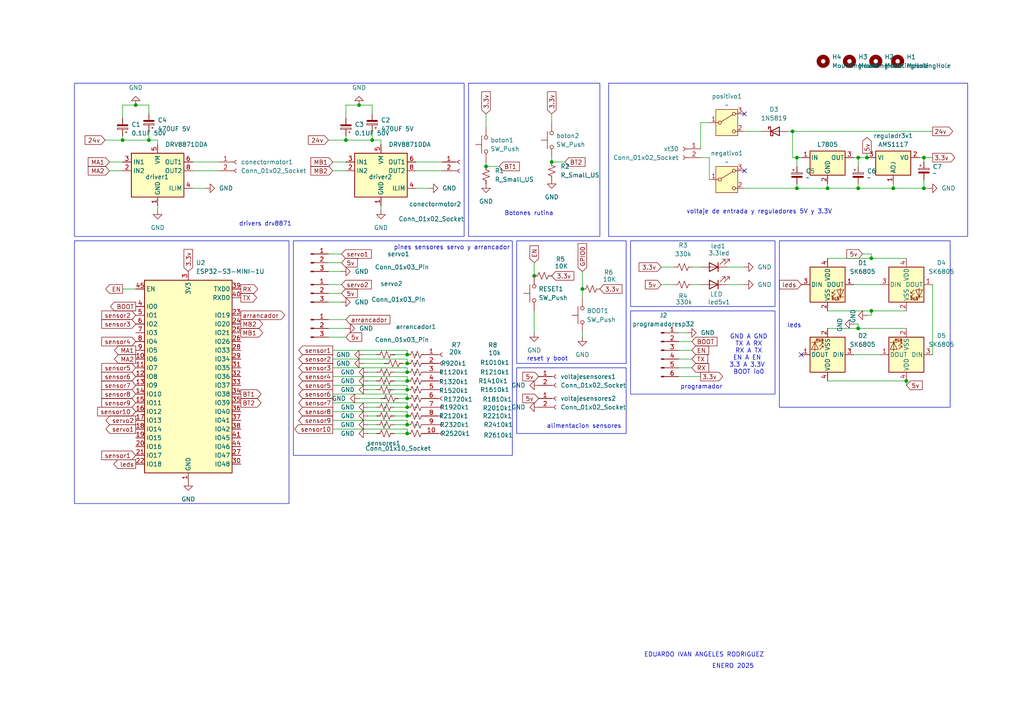
<source format=kicad_sch>
(kicad_sch (version 20231120) (generator "eeschema") (generator_version "8.0")
  (paper "A4")
  (junction (at 154.94 80.01))
  (junction (at 267.97 45.72))
  (junction (at 231.14 45.72))
  (junction (at 259.08 54.61))
  (junction (at 262.89 110.49))
  (junction (at 118.11 118.11))
  (junction (at 240.03 54.61))
  (junction (at 231.14 54.61))
  (junction (at 118.11 102.87))
  (junction (at 140.97 48.26))
  (junction (at 35.56 40.64))
  (junction (at 118.11 123.19))
  (junction (at 118.11 113.03))
  (junction (at 267.97 54.61))
  (junction (at 118.11 115.57))
  (junction (at 118.11 125.73))
  (junction (at 248.92 45.72))
  (junction (at 118.11 105.41))
  (junction (at 168.91 83.82))
  (junction (at 251.46 45.72))
  (junction (at 104.14 30.48))
  (junction (at 248.92 54.61))
  (junction (at 252.73 74.93))
  (junction (at 118.11 110.49))
  (junction (at 118.11 120.65))
  (junction (at 39.37 30.48))
  (junction (at 160.02 46.99))
  (junction (at 248.92 95.25))
  (junction (at 118.11 107.95))
  (junction (at 43.18 40.64))
  (junction (at 107.95 40.64))
  (junction (at 252.73 90.17))
  (junction (at 229.87 38.1))
  (junction (at 100.33 40.64))
  (no_connect (at 215.9 33.02))
  (no_connect (at 215.9 49.53))
  (no_connect (at 232.41 102.87))
  (wire (pts (xy 248.92 53.34) (xy 248.92 54.61)))
  (wire (pts (xy 231.14 54.61) (xy 240.03 54.61)))
  (wire (pts (xy 118.11 106.68) (xy 118.11 107.95)))
  (wire (pts (xy 252.73 91.44) (xy 252.73 90.17)))
  (wire (pts (xy 43.18 30.48) (xy 39.37 30.48)))
  (wire (pts (xy 114.3 113.03) (xy 118.11 113.03)))
  (wire (pts (xy 252.73 74.93) (xy 262.89 74.93)))
  (wire (pts (xy 96.52 109.22) (xy 118.11 109.22)))
  (wire (pts (xy 114.3 125.73) (xy 118.11 125.73)))
  (wire (pts (xy 168.91 78.74) (xy 168.91 83.82)))
  (wire (pts (xy 55.88 54.61) (xy 59.69 54.61)))
  (wire (pts (xy 114.3 120.65) (xy 118.11 120.65)))
  (wire (pts (xy 110.49 41.91) (xy 110.49 40.64)))
  (wire (pts (xy 255.27 102.87) (xy 247.65 102.87)))
  (wire (pts (xy 120.65 54.61) (xy 124.46 54.61)))
  (wire (pts (xy 215.9 38.1) (xy 220.98 38.1)))
  (wire (pts (xy 191.77 82.55) (xy 195.58 82.55)))
  (wire (pts (xy 262.89 110.49) (xy 240.03 110.49)))
  (wire (pts (xy 109.22 102.87) (xy 105.41 102.87)))
  (wire (pts (xy 240.03 74.93) (xy 252.73 74.93)))
  (wire (pts (xy 110.49 40.64) (xy 107.95 40.64)))
  (wire (pts (xy 154.94 76.2) (xy 154.94 80.01)))
  (wire (pts (xy 107.95 40.64) (xy 100.33 40.64)))
  (wire (pts (xy 215.9 54.61) (xy 231.14 54.61)))
  (wire (pts (xy 109.22 125.73) (xy 106.68 125.73)))
  (wire (pts (xy 210.82 82.55) (xy 215.9 82.55)))
  (wire (pts (xy 251.46 91.44) (xy 252.73 91.44)))
  (wire (pts (xy 45.72 40.64) (xy 45.72 41.91)))
  (wire (pts (xy 35.56 83.82) (xy 39.37 83.82)))
  (wire (pts (xy 120.65 46.99) (xy 128.27 46.99)))
  (wire (pts (xy 118.11 121.92) (xy 118.11 123.19)))
  (wire (pts (xy 154.94 90.17) (xy 154.94 96.52)))
  (wire (pts (xy 118.11 104.14) (xy 118.11 105.41)))
  (wire (pts (xy 267.97 54.61) (xy 269.24 54.61)))
  (wire (pts (xy 267.97 45.72) (xy 266.7 45.72)))
  (wire (pts (xy 251.46 44.45) (xy 251.46 45.72)))
  (wire (pts (xy 43.18 38.1) (xy 43.18 40.64)))
  (wire (pts (xy 95.25 73.66) (xy 99.06 73.66)))
  (wire (pts (xy 104.14 115.57) (xy 110.49 115.57)))
  (wire (pts (xy 116.84 105.41) (xy 118.11 105.41)))
  (wire (pts (xy 248.92 54.61) (xy 259.08 54.61)))
  (wire (pts (xy 96.52 49.53) (xy 100.33 49.53)))
  (wire (pts (xy 114.3 102.87) (xy 118.11 102.87)))
  (wire (pts (xy 160.02 46.99) (xy 163.83 46.99)))
  (wire (pts (xy 229.87 45.72) (xy 231.14 45.72)))
  (wire (pts (xy 100.33 39.37) (xy 100.33 40.64)))
  (wire (pts (xy 55.88 49.53) (xy 63.5 49.53)))
  (wire (pts (xy 267.97 45.72) (xy 267.97 46.99)))
  (wire (pts (xy 228.6 38.1) (xy 229.87 38.1)))
  (wire (pts (xy 35.56 30.48) (xy 39.37 30.48)))
  (wire (pts (xy 160.02 45.72) (xy 160.02 46.99)))
  (wire (pts (xy 30.48 40.64) (xy 35.56 40.64)))
  (wire (pts (xy 252.73 90.17) (xy 262.89 90.17)))
  (wire (pts (xy 240.03 54.61) (xy 248.92 54.61)))
  (wire (pts (xy 196.85 101.6) (xy 200.66 101.6)))
  (wire (pts (xy 196.85 109.22) (xy 203.2 109.22)))
  (wire (pts (xy 95.25 40.64) (xy 100.33 40.64)))
  (wire (pts (xy 114.3 118.11) (xy 118.11 118.11)))
  (wire (pts (xy 118.11 116.84) (xy 118.11 118.11)))
  (wire (pts (xy 111.76 105.41) (xy 105.41 105.41)))
  (wire (pts (xy 43.18 33.02) (xy 43.18 30.48)))
  (wire (pts (xy 247.65 45.72) (xy 248.92 45.72)))
  (wire (pts (xy 55.88 46.99) (xy 63.5 46.99)))
  (wire (pts (xy 118.11 111.76) (xy 118.11 113.03)))
  (wire (pts (xy 96.52 46.99) (xy 100.33 46.99)))
  (wire (pts (xy 95.25 92.71) (xy 100.33 92.71)))
  (wire (pts (xy 109.22 120.65) (xy 106.68 120.65)))
  (wire (pts (xy 262.89 111.76) (xy 262.89 110.49)))
  (wire (pts (xy 168.91 96.52) (xy 168.91 97.79)))
  (wire (pts (xy 120.65 49.53) (xy 128.27 49.53)))
  (wire (pts (xy 107.95 38.1) (xy 107.95 40.64)))
  (wire (pts (xy 95.25 76.2) (xy 99.06 76.2)))
  (wire (pts (xy 96.52 114.3) (xy 118.11 114.3)))
  (wire (pts (xy 168.91 83.82) (xy 168.91 86.36)))
  (wire (pts (xy 203.2 35.56) (xy 203.2 43.18)))
  (wire (pts (xy 45.72 59.69) (xy 45.72 60.96)))
  (wire (pts (xy 118.11 119.38) (xy 118.11 120.65)))
  (wire (pts (xy 205.74 35.56) (xy 203.2 35.56)))
  (wire (pts (xy 96.52 104.14) (xy 118.11 104.14)))
  (wire (pts (xy 118.11 101.6) (xy 118.11 102.87)))
  (wire (pts (xy 95.25 87.63) (xy 99.06 87.63)))
  (wire (pts (xy 240.03 53.34) (xy 240.03 54.61)))
  (wire (pts (xy 95.25 82.55) (xy 99.06 82.55)))
  (wire (pts (xy 96.52 111.76) (xy 118.11 111.76)))
  (wire (pts (xy 96.52 116.84) (xy 118.11 116.84)))
  (wire (pts (xy 160.02 33.02) (xy 160.02 35.56)))
  (wire (pts (xy 140.97 46.99) (xy 140.97 48.26)))
  (wire (pts (xy 262.89 95.25) (xy 248.92 95.25)))
  (wire (pts (xy 247.65 82.55) (xy 255.27 82.55)))
  (wire (pts (xy 95.25 95.25) (xy 100.33 95.25)))
  (wire (pts (xy 95.25 97.79) (xy 100.33 97.79)))
  (wire (pts (xy 196.85 104.14) (xy 200.66 104.14)))
  (wire (pts (xy 196.85 99.06) (xy 200.66 99.06)))
  (wire (pts (xy 248.92 45.72) (xy 248.92 48.26)))
  (wire (pts (xy 252.73 73.66) (xy 252.73 74.93)))
  (wire (pts (xy 100.33 34.29) (xy 100.33 30.48)))
  (wire (pts (xy 210.82 77.47) (xy 215.9 77.47)))
  (wire (pts (xy 31.75 49.53) (xy 35.56 49.53)))
  (wire (pts (xy 270.51 82.55) (xy 270.51 102.87)))
  (wire (pts (xy 114.3 107.95) (xy 118.11 107.95)))
  (wire (pts (xy 107.95 33.02) (xy 107.95 30.48)))
  (wire (pts (xy 231.14 53.34) (xy 231.14 54.61)))
  (wire (pts (xy 31.75 46.99) (xy 35.56 46.99)))
  (wire (pts (xy 106.68 113.03) (xy 109.22 113.03)))
  (wire (pts (xy 229.87 38.1) (xy 229.87 45.72)))
  (wire (pts (xy 109.22 110.49) (xy 106.68 110.49)))
  (wire (pts (xy 200.66 82.55) (xy 203.2 82.55)))
  (wire (pts (xy 196.85 96.52) (xy 199.39 96.52)))
  (wire (pts (xy 267.97 52.07) (xy 267.97 54.61)))
  (wire (pts (xy 35.56 39.37) (xy 35.56 40.64)))
  (wire (pts (xy 270.51 45.72) (xy 267.97 45.72)))
  (wire (pts (xy 109.22 118.11) (xy 106.68 118.11)))
  (wire (pts (xy 248.92 45.72) (xy 251.46 45.72)))
  (wire (pts (xy 100.33 30.48) (xy 104.14 30.48)))
  (wire (pts (xy 96.52 106.68) (xy 118.11 106.68)))
  (wire (pts (xy 114.3 123.19) (xy 118.11 123.19)))
  (wire (pts (xy 95.25 85.09) (xy 99.06 85.09)))
  (wire (pts (xy 96.52 124.46) (xy 118.11 124.46)))
  (wire (pts (xy 107.95 30.48) (xy 104.14 30.48)))
  (wire (pts (xy 115.57 115.57) (xy 118.11 115.57)))
  (wire (pts (xy 248.92 95.25) (xy 240.03 95.25)))
  (wire (pts (xy 109.22 107.95) (xy 106.68 107.95)))
  (wire (pts (xy 114.3 110.49) (xy 118.11 110.49)))
  (wire (pts (xy 118.11 124.46) (xy 118.11 125.73)))
  (wire (pts (xy 231.14 45.72) (xy 232.41 45.72)))
  (wire (pts (xy 45.72 40.64) (xy 43.18 40.64)))
  (wire (pts (xy 191.77 77.47) (xy 195.58 77.47)))
  (wire (pts (xy 109.22 123.19) (xy 106.68 123.19)))
  (wire (pts (xy 118.11 109.22) (xy 118.11 110.49)))
  (wire (pts (xy 35.56 34.29) (xy 35.56 30.48)))
  (wire (pts (xy 248.92 93.98) (xy 248.92 95.25)))
  (wire (pts (xy 231.14 45.72) (xy 231.14 48.26)))
  (wire (pts (xy 140.97 33.02) (xy 140.97 36.83)))
  (wire (pts (xy 140.97 48.26) (xy 144.78 48.26)))
  (wire (pts (xy 118.11 114.3) (xy 118.11 115.57)))
  (wire (pts (xy 110.49 59.69) (xy 110.49 60.96)))
  (wire (pts (xy 229.87 38.1) (xy 270.51 38.1)))
  (wire (pts (xy 196.85 106.68) (xy 200.66 106.68)))
  (wire (pts (xy 95.25 78.74) (xy 99.06 78.74)))
  (wire (pts (xy 205.74 45.72) (xy 205.74 52.07)))
  (wire (pts (xy 203.2 45.72) (xy 205.74 45.72)))
  (wire (pts (xy 240.03 90.17) (xy 252.73 90.17)))
  (wire (pts (xy 96.52 101.6) (xy 118.11 101.6)))
  (wire (pts (xy 200.66 77.47) (xy 203.2 77.47)))
  (wire (pts (xy 247.65 93.98) (xy 248.92 93.98)))
  (wire (pts (xy 43.18 40.64) (xy 35.56 40.64)))
  (wire (pts (xy 96.52 121.92) (xy 118.11 121.92)))
  (wire (pts (xy 259.08 54.61) (xy 267.97 54.61)))
  (wire (pts (xy 250.19 73.66) (xy 252.73 73.66)))
  (wire (pts (xy 96.52 119.38) (xy 118.11 119.38)))
  (wire (pts (xy 259.08 53.34) (xy 259.08 54.61)))
  (rectangle (start 21.59 24.13) (end 134.62 68.58))
  (rectangle (start 85.09 69.85) (end 148.59 132.08))
  (rectangle (start 149.86 69.85) (end 181.61 105.41))
  (rectangle (start 135.89 24.13) (end 173.99 68.58))
  (rectangle (start 182.88 90.17) (end 224.79 114.3))
  (rectangle (start 226.06 69.85) (end 275.59 118.11))
  (rectangle (start 182.88 69.85) (end 224.79 88.9))
  (rectangle (start 149.86 106.68) (end 181.61 125.73))
  (rectangle (start 176.53 24.13) (end 280.67 68.58))
  (rectangle (start 21.59 69.85) (end 83.82 146.05))
  (text "reset y boot" (at 158.75 104.14 0) (effects (font (size 1.27 1.27))))
  (text "pines sensores servo y arrancador" (at 131.064 71.882 0) (effects (font (size 1.27 1.27))))
  (text "drivers drv8871" (at 76.962 65.024 0) (effects (font (size 1.27 1.27))))
  (text "Botones rutina" (at 153.416 61.976 0) (effects (font (size 1.27 1.27))))
  (text "ENERO 2025" (at 212.598 193.294 0) (effects (font (size 1.27 1.27))))
  (text "programador" (at 203.454 112.268 0) (effects (font (size 1.27 1.27))))
  (text "alimentacion sensores" (at 169.418 123.698 0) (effects (font (size 1.27 1.27))))
  (text "GND A GND\nTX A RX\nRX A TX\nEN A EN \n3.3 A 3.3V \nBOOT io0" (at 217.17 102.87 0) (effects (font (size 1.27 1.27))))
  (text "leds\n" (at 230.378 94.488 0) (effects (font (size 1.27 1.27))))
  (text "EDUARDO IVAN ANGELES RODRIGUEZ" (at 204.216 189.992 0) (effects (font (size 1.27 1.27))))
  (text "voltaje de entrada y reguladores 5V y 3.3V" (at 220.218 61.468 0) (effects (font (size 1.27 1.27))))
  (global_label "3.3v" (shape input) (at 54.61 78.74 90) (property "Intersheetrefs" "${INTERSHEET_REFS}" (effects (hide yes))))
  (global_label "BOOT" (shape input) (at 200.66 99.06 0) (property "Intersheetrefs" "${INTERSHEET_REFS}" (effects (hide yes))))
  (global_label "3.3v" (shape input) (at 173.99 83.82 0) (property "Intersheetrefs" "${INTERSHEET_REFS}" (effects (hide yes))))
  (global_label "sensor5" (shape input) (at 39.37 106.68 180) (property "Intersheetrefs" "${INTERSHEET_REFS}" (effects (hide yes))))
  (global_label "24v" (shape input) (at 95.25 40.64 180) (property "Intersheetrefs" "${INTERSHEET_REFS}" (effects (hide yes))))
  (global_label "servo1" (shape output) (at 39.37 124.46 180) (property "Intersheetrefs" "${INTERSHEET_REFS}" (effects (hide yes))))
  (global_label "TX" (shape output) (at 69.85 86.36 0) (property "Intersheetrefs" "${INTERSHEET_REFS}" (effects (hide yes))))
  (global_label "5v" (shape input) (at 262.89 111.76 0) (property "Intersheetrefs" "${INTERSHEET_REFS}" (effects (hide yes))))
  (global_label "RX" (shape output) (at 69.85 83.82 0) (property "Intersheetrefs" "${INTERSHEET_REFS}" (effects (hide yes))))
  (global_label "3.3v" (shape input) (at 160.02 80.01 0) (property "Intersheetrefs" "${INTERSHEET_REFS}" (effects (hide yes))))
  (global_label "MB2" (shape input) (at 96.52 49.53 180) (property "Intersheetrefs" "${INTERSHEET_REFS}" (effects (hide yes))))
  (global_label "sensor9" (shape output) (at 96.52 121.92 180) (property "Intersheetrefs" "${INTERSHEET_REFS}" (effects (hide yes))))
  (global_label "5v" (shape input) (at 250.19 73.66 180) (property "Intersheetrefs" "${INTERSHEET_REFS}" (effects (hide yes))))
  (global_label "sensor1" (shape output) (at 96.52 101.6 180) (property "Intersheetrefs" "${INTERSHEET_REFS}" (effects (hide yes))))
  (global_label "sensor6" (shape output) (at 96.52 114.3 180) (property "Intersheetrefs" "${INTERSHEET_REFS}" (effects (hide yes))))
  (global_label "sensor1" (shape input) (at 39.37 132.08 180) (property "Intersheetrefs" "${INTERSHEET_REFS}" (effects (hide yes))))
  (global_label "3.3v" (shape output) (at 270.51 45.72 0) (property "Intersheetrefs" "${INTERSHEET_REFS}" (effects (hide yes))))
  (global_label "5v" (shape input) (at 156.21 115.57 180) (property "Intersheetrefs" "${INTERSHEET_REFS}" (effects (hide yes))))
  (global_label "sensor5" (shape output) (at 96.52 111.76 180) (property "Intersheetrefs" "${INTERSHEET_REFS}" (effects (hide yes))))
  (global_label "24v" (shape input) (at 30.48 40.64 180) (property "Intersheetrefs" "${INTERSHEET_REFS}" (effects (hide yes))))
  (global_label "sensor7" (shape output) (at 96.52 116.84 180) (property "Intersheetrefs" "${INTERSHEET_REFS}" (effects (hide yes))))
  (global_label "MB2" (shape output) (at 69.85 93.98 0) (property "Intersheetrefs" "${INTERSHEET_REFS}" (effects (hide yes))))
  (global_label "sensor8" (shape input) (at 39.37 114.3 180) (property "Intersheetrefs" "${INTERSHEET_REFS}" (effects (hide yes))))
  (global_label "MA1" (shape output) (at 39.37 101.6 180) (property "Intersheetrefs" "${INTERSHEET_REFS}" (effects (hide yes))))
  (global_label "BT2" (shape output) (at 69.85 116.84 0) (property "Intersheetrefs" "${INTERSHEET_REFS}" (effects (hide yes))))
  (global_label "EN" (shape input) (at 154.94 76.2 90) (property "Intersheetrefs" "${INTERSHEET_REFS}" (effects (hide yes))))
  (global_label "sensor10" (shape input) (at 39.37 119.38 180) (property "Intersheetrefs" "${INTERSHEET_REFS}" (effects (hide yes))))
  (global_label "servo2" (shape output) (at 39.37 121.92 180) (property "Intersheetrefs" "${INTERSHEET_REFS}" (effects (hide yes))))
  (global_label "sensor2" (shape output) (at 96.52 104.14 180) (property "Intersheetrefs" "${INTERSHEET_REFS}" (effects (hide yes))))
  (global_label "arrancador" (shape output) (at 69.85 91.44 0) (property "Intersheetrefs" "${INTERSHEET_REFS}" (effects (hide yes))))
  (global_label "sensor3" (shape output) (at 96.52 106.68 180) (property "Intersheetrefs" "${INTERSHEET_REFS}" (effects (hide yes))))
  (global_label "sensor3" (shape input) (at 39.37 93.98 180) (property "Intersheetrefs" "${INTERSHEET_REFS}" (effects (hide yes))))
  (global_label "5v" (shape output) (at 251.46 44.45 90) (property "Intersheetrefs" "${INTERSHEET_REFS}" (effects (hide yes))))
  (global_label "sensor9" (shape input) (at 39.37 116.84 180) (property "Intersheetrefs" "${INTERSHEET_REFS}" (effects (hide yes))))
  (global_label "BOOT" (shape output) (at 39.37 88.9 180) (property "Intersheetrefs" "${INTERSHEET_REFS}" (effects (hide yes))))
  (global_label "BT1" (shape output) (at 69.85 114.3 0) (property "Intersheetrefs" "${INTERSHEET_REFS}" (effects (hide yes))))
  (global_label "3.3v" (shape input) (at 140.97 33.02 90) (property "Intersheetrefs" "${INTERSHEET_REFS}" (effects (hide yes))))
  (global_label "MB1" (shape output) (at 69.85 96.52 0) (property "Intersheetrefs" "${INTERSHEET_REFS}" (effects (hide yes))))
  (global_label "EN" (shape input) (at 200.66 101.6 0) (property "Intersheetrefs" "${INTERSHEET_REFS}" (effects (hide yes))))
  (global_label "TX" (shape input) (at 200.66 104.14 0) (property "Intersheetrefs" "${INTERSHEET_REFS}" (effects (hide yes))))
  (global_label "MB1" (shape input) (at 96.52 46.99 180) (property "Intersheetrefs" "${INTERSHEET_REFS}" (effects (hide yes))))
  (global_label "sensor4" (shape input) (at 39.37 99.06 180) (property "Intersheetrefs" "${INTERSHEET_REFS}" (effects (hide yes))))
  (global_label "servo2" (shape input) (at 99.06 82.55 0) (property "Intersheetrefs" "${INTERSHEET_REFS}" (effects (hide yes))))
  (global_label "sensor4" (shape output) (at 96.52 109.22 180) (property "Intersheetrefs" "${INTERSHEET_REFS}" (effects (hide yes))))
  (global_label "MA2" (shape output) (at 39.37 104.14 180) (property "Intersheetrefs" "${INTERSHEET_REFS}" (effects (hide yes))))
  (global_label "leds" (shape output) (at 39.37 134.62 180) (property "Intersheetrefs" "${INTERSHEET_REFS}" (effects (hide yes))))
  (global_label "5v" (shape input) (at 99.06 85.09 0) (property "Intersheetrefs" "${INTERSHEET_REFS}" (effects (hide yes))))
  (global_label "RX" (shape input) (at 200.66 106.68 0) (property "Intersheetrefs" "${INTERSHEET_REFS}" (effects (hide yes))))
  (global_label "sensor7" (shape input) (at 39.37 111.76 180) (property "Intersheetrefs" "${INTERSHEET_REFS}" (effects (hide yes))))
  (global_label "sensor6" (shape input) (at 39.37 109.22 180) (property "Intersheetrefs" "${INTERSHEET_REFS}" (effects (hide yes))))
  (global_label "5v" (shape input) (at 191.77 82.55 180) (property "Intersheetrefs" "${INTERSHEET_REFS}" (effects (hide yes))))
  (global_label "sensor8" (shape output) (at 96.52 119.38 180) (property "Intersheetrefs" "${INTERSHEET_REFS}" (effects (hide yes))))
  (global_label "5v" (shape input) (at 156.21 109.22 180) (property "Intersheetrefs" "${INTERSHEET_REFS}" (effects (hide yes))))
  (global_label "servo1" (shape input) (at 99.06 73.66 0) (property "Intersheetrefs" "${INTERSHEET_REFS}" (effects (hide yes))))
  (global_label "GPIO0" (shape input) (at 168.91 78.74 90) (property "Intersheetrefs" "${INTERSHEET_REFS}" (effects (hide yes))))
  (global_label "sensor10" (shape output) (at 96.52 124.46 180) (property "Intersheetrefs" "${INTERSHEET_REFS}" (effects (hide yes))))
  (global_label "3.3v" (shape input) (at 191.77 77.47 180) (property "Intersheetrefs" "${INTERSHEET_REFS}" (effects (hide yes))))
  (global_label "3.3v" (shape input) (at 160.02 33.02 90) (property "Intersheetrefs" "${INTERSHEET_REFS}" (effects (hide yes))))
  (global_label "arrancador" (shape input) (at 100.33 92.71 0) (property "Intersheetrefs" "${INTERSHEET_REFS}" (effects (hide yes))))
  (global_label "24v" (shape output) (at 270.51 38.1 0) (property "Intersheetrefs" "${INTERSHEET_REFS}" (effects (hide yes))))
  (global_label "MA2" (shape input) (at 31.75 49.53 180) (property "Intersheetrefs" "${INTERSHEET_REFS}" (effects (hide yes))))
  (global_label "BT1" (shape input) (at 144.78 48.26 0) (property "Intersheetrefs" "${INTERSHEET_REFS}" (effects (hide yes))))
  (global_label "5v" (shape input) (at 100.33 97.79 0) (property "Intersheetrefs" "${INTERSHEET_REFS}" (effects (hide yes))))
  (global_label "leds" (shape input) (at 232.41 82.55 180) (property "Intersheetrefs" "${INTERSHEET_REFS}" (effects (hide yes))))
  (global_label "BT2" (shape input) (at 163.83 46.99 0) (property "Intersheetrefs" "${INTERSHEET_REFS}" (effects (hide yes))))
  (global_label "5v" (shape input) (at 99.06 76.2 0) (property "Intersheetrefs" "${INTERSHEET_REFS}" (effects (hide yes))))
  (global_label "EN" (shape output) (at 35.56 83.82 180) (property "Intersheetrefs" "${INTERSHEET_REFS}" (effects (hide yes))))
  (global_label "sensor2" (shape input) (at 39.37 91.44 180) (property "Intersheetrefs" "${INTERSHEET_REFS}" (effects (hide yes))))
  (global_label "3.3v" (shape output) (at 203.2 109.22 0) (property "Intersheetrefs" "${INTERSHEET_REFS}" (effects (hide yes))))
  (global_label "MA1" (shape input) (at 31.75 46.99 180) (property "Intersheetrefs" "${INTERSHEET_REFS}" (effects (hide yes))))
  (symbol (lib_id "Connector:Conn_01x02_Socket") (at 68.58 46.99 0) (unit 1)
    (property "Reference" "conectormotor1" (at 69.85 46.9899 0) (effects (justify left)))
    (property "Value" "Conn_01x02_Socket" (at 69.85 49.5299 0) (effects (justify left)))
    (property "Footprint" "Connector_PinSocket_2.54mm:PinSocket_1x02_P2.54mm_Vertical" (effects (hide yes)))
    (property "Description" "Generic connector, single row, 01x02, script generated" (effects (hide yes)))
  )
  (symbol (lib_id "power:GND") (at 45.72 60.96 0) (unit 1)
    (property "Reference" "#PWR07" (effects (hide yes)))
    (property "Value" "GND" (at 45.72 66.04 0))
    (property "Description" "Power symbol creates a global label with name \"GND\" , ground" (effects (hide yes)))
  )
  (symbol (lib_id "Device:R_Small_US") (at 111.76 120.65 270) (unit 1)
    (property "Reference" "R2120k1" (at 131.572 120.65 90))
    (property "Value" "~" (at 111.76 118.11 90))
    (property "Footprint" "Resistor_SMD:R_0603_1608Metric" (effects (hide yes)))
    (property "Description" "Resistor, small US symbol" (effects (hide yes)))
  )
  (symbol (lib_id "LED:SK6805") (at 262.89 102.87 180) (unit 1)
    (property "Reference" "D5" (at 273.05 97.3738 0))
    (property "Value" "SK6805" (at 273.05 99.9138 0))
    (property "Footprint" "LED_SMD:LED_SK6805_PLCC4_2.4x2.7mm_P1.3mm" (effects (hide yes)))
    (property "Datasheet" "https://cdn-shop.adafruit.com/product-files/3484/3484_Datasheet.pdf" (effects (hide yes)))
    (property "Description" "RGB LED with integrated controller" (effects (hide yes)))
  )
  (symbol (lib_id "Device:C_Polarized_Small") (at 231.14 50.8 0) (unit 1)
    (property "Reference" "C5" (at 233.68 49.6188 0) (effects (justify left)))
    (property "Value" "~" (at 233.68 51.5239 0) (effects (justify left)))
    (property "Footprint" "Capacitor_SMD:C_0603_1608Metric" (effects (hide yes)))
    (property "Description" "Polarized capacitor, small symbol" (effects (hide yes)))
  )
  (symbol (lib_id "Switch:SW_Push") (at 140.97 41.91 90) (unit 1)
    (property "Reference" "boton1" (at 142.24 40.6399 90) (effects (justify right)))
    (property "Value" "SW_Push" (at 142.24 43.1799 90) (effects (justify right)))
    (property "Footprint" "Button_Switch_SMD:SW_Push_1P1T_NO_Vertical_Wuerth_434133025816" (effects (hide yes)))
    (property "Description" "Push button switch, generic, two pins" (effects (hide yes)))
  )
  (symbol (lib_id "Device:R_Small_US") (at 111.76 113.03 270) (unit 1)
    (property "Reference" "R1520k1" (at 131.572 113.284 90))
    (property "Value" "~" (at 111.76 110.49 90))
    (property "Footprint" "Resistor_SMD:R_0603_1608Metric" (effects (hide yes)))
    (property "Description" "Resistor, small US symbol" (effects (hide yes)))
  )
  (symbol (lib_id "Device:C_Polarized_Small") (at 100.33 36.83 180) (unit 1)
    (property "Reference" "C3" (at 102.87 36.106 0) (effects (justify right)))
    (property "Value" "0.1UF 50V" (at 102.87 38.646 0) (effects (justify right)))
    (property "Footprint" "Capacitor_SMD:C_0603_1608Metric" (effects (hide yes)))
    (property "Description" "Polarized capacitor, small symbol" (effects (hide yes)))
  )
  (symbol (lib_id "Regulator_Linear:L7805") (at 240.03 45.72 0) (unit 1)
    (property "Reference" "U1" (effects (hide yes)))
    (property "Value" "L7805" (at 240.03 41.91 0))
    (property "Footprint" "Package_TO_SOT_SMD:TO-252-2" (effects (hide yes)))
    (property "Datasheet" "http://www.st.com/content/ccc/resource/technical/document/datasheet/41/4f/b3/b0/12/d4/47/88/CD00000444.pdf/files/CD00000444.pdf/jcr:content/translations/en.CD00000444.pdf" (effects (hide yes)))
    (property "Description" "Positive 1.5A 35V Linear Regulator, Fixed Output 5V, TO-220/TO-263/TO-252" (effects (hide yes)))
  )
  (symbol (lib_id "Device:C_Polarized_Small") (at 35.56 36.83 180) (unit 1)
    (property "Reference" "C1" (at 38.1 36.106 0) (effects (justify right)))
    (property "Value" "0.1UF 50V" (at 38.1 38.646 0) (effects (justify right)))
    (property "Footprint" "Capacitor_SMD:C_0603_1608Metric" (effects (hide yes)))
    (property "Description" "Polarized capacitor, small symbol" (effects (hide yes)))
  )
  (symbol (lib_id "Device:R_Small_US") (at 120.65 123.19 270) (unit 1)
    (property "Reference" "R2410k1" (at 144.526 123.19 90))
    (property "Value" "~" (at 120.65 120.65 90))
    (property "Footprint" "Resistor_SMD:R_0603_1608Metric" (effects (hide yes)))
    (property "Description" "Resistor, small US symbol" (effects (hide yes)))
  )
  (symbol (lib_id "Connector:Conn_01x06_Pin") (at 191.77 101.6 0) (unit 1)
    (property "Reference" "J2" (at 192.405 91.44 0))
    (property "Value" "programadoresp32" (at 192.405 93.98 0))
    (property "Footprint" "Connector_PinHeader_2.54mm:PinHeader_1x06_P2.54mm_Vertical" (effects (hide yes)))
    (property "Description" "Generic connector, single row, 01x06, script generated" (effects (hide yes)))
  )
  (symbol (lib_id "Device:R_Small_US") (at 120.65 125.73 270) (unit 1)
    (property "Reference" "R2610k1" (at 144.526 126.238 90))
    (property "Value" "~" (at 120.65 123.19 90))
    (property "Footprint" "Resistor_SMD:R_0603_1608Metric" (effects (hide yes)))
    (property "Description" "Resistor, small US symbol" (effects (hide yes)))
  )
  (symbol (lib_id "Device:R_Small_US") (at 171.45 83.82 90) (unit 1)
    (property "Reference" "R6" (at 176.53 78.994 90))
    (property "Value" "10K" (at 176.784 81.026 90))
    (property "Footprint" "Resistor_SMD:R_0603_1608Metric" (effects (hide yes)))
    (property "Description" "Resistor, small US symbol" (effects (hide yes)))
  )
  (symbol (lib_id "power:GND") (at 110.49 60.96 0) (unit 1)
    (property "Reference" "#PWR02" (effects (hide yes)))
    (property "Value" "GND" (at 110.49 66.04 0))
    (property "Description" "Power symbol creates a global label with name \"GND\" , ground" (effects (hide yes)))
  )
  (symbol (lib_id "Driver_Motor:DRV8871DDA") (at 45.72 49.53 0) (unit 1)
    (property "Reference" "driver1" (at 42.164 51.308 0) (effects (justify left)))
    (property "Value" "DRV8871DDA" (at 47.9141 41.91 0) (effects (justify left)))
    (property "Footprint" "Package_SO:Texas_HTSOP-8-1EP_3.9x4.9mm_P1.27mm_EP2.95x4.9mm_Mask2.4x3.1mm_ThermalVias" (effects (hide yes)))
    (property "Datasheet" "http://www.ti.com/lit/ds/symlink/drv8871.pdf" (effects (hide yes)))
    (property "Description" "Brushed DC Motor Driver, PWM Control, 45V, 3.6A, Current limiting, HTSOP-8" (effects (hide yes)))
  )
  (symbol (lib_id "Connector:Conn_01x03_Pin") (at 90.17 85.09 0) (unit 1)
    (property "Reference" "servo2" (at 113.538 82.296 0))
    (property "Value" "Conn_01x03_Pin" (at 115.57 86.868 0))
    (property "Footprint" "Connector_PinHeader_2.54mm:PinHeader_1x03_P2.54mm_Vertical" (effects (hide yes)))
    (property "Description" "Generic connector, single row, 01x03, script generated" (effects (hide yes)))
  )
  (symbol (lib_id "Device:C_Polarized_Small") (at 107.95 35.56 180) (unit 1)
    (property "Reference" "C2" (at 110.49 34.836 0) (effects (justify right)))
    (property "Value" "470UF 5V" (at 110.49 37.376 0) (effects (justify right)))
    (property "Footprint" "Capacitor_SMD:C_1210_3225Metric" (effects (hide yes)))
    (property "Description" "Polarized capacitor, small symbol" (effects (hide yes)))
  )
  (symbol (lib_id "power:GND") (at 199.39 96.52 90) (unit 1)
    (property "Reference" "#PWR023" (effects (hide yes)))
    (property "Value" "GND" (at 203.2 96.5199 90) (effects (justify right)))
    (property "Description" "Power symbol creates a global label with name \"GND\" , ground" (effects (hide yes)))
  )
  (symbol (lib_id "power:GND") (at 59.69 54.61 90) (unit 1)
    (property "Reference" "#PWR08" (effects (hide yes)))
    (property "Value" "GND" (at 63.5 54.6099 90) (effects (justify right)))
    (property "Description" "Power symbol creates a global label with name \"GND\" , ground" (effects (hide yes)))
  )
  (symbol (lib_id "power:GND") (at 251.46 91.44 270) (unit 1)
    (property "Reference" "#PWR026" (effects (hide yes)))
    (property "Value" "GND" (at 247.396 91.694 0))
    (property "Description" "Power symbol creates a global label with name \"GND\" , ground" (effects (hide yes)))
  )
  (symbol (lib_id "Device:R_Small_US") (at 120.65 115.57 270) (unit 1)
    (property "Reference" "R1810k1" (at 144.272 115.824 90))
    (property "Value" "~" (at 120.65 113.03 90))
    (property "Footprint" "Resistor_SMD:R_0603_1608Metric" (effects (hide yes)))
    (property "Description" "Resistor, small US symbol" (effects (hide yes)))
  )
  (symbol (lib_id "power:GND") (at 54.61 139.7 0) (unit 1)
    (property "Reference" "#PWR022" (effects (hide yes)))
    (property "Value" "GND" (at 54.61 144.78 0))
    (property "Description" "Power symbol creates a global label with name \"GND\" , ground" (effects (hide yes)))
  )
  (symbol (lib_id "power:GND") (at 100.33 95.25 90) (unit 1)
    (property "Reference" "#PWR015" (effects (hide yes)))
    (property "Value" "GND" (at 104.14 95.2499 90) (effects (justify right)))
    (property "Description" "Power symbol creates a global label with name \"GND\" , ground" (effects (hide yes)))
  )
  (symbol (lib_id "Connector:Conn_01x02_Socket") (at 198.12 43.18 0) (mirror y) (unit 1)
    (property "Reference" "xt30" (at 196.85 43.1799 0) (effects (justify left)))
    (property "Value" "Conn_01x02_Socket" (at 196.85 45.7199 0) (effects (justify left)))
    (property "Footprint" "Connector_PinHeader_2.54mm:PinHeader_1x02_P2.54mm_Vertical" (effects (hide yes)))
    (property "Description" "Generic connector, single row, 01x02, script generated" (effects (hide yes)))
  )
  (symbol (lib_id "power:GND") (at 106.68 118.11 270) (unit 1)
    (property "Reference" "#PWR027" (effects (hide yes)))
    (property "Value" "GND" (at 102.87 118.1099 90) (effects (justify right)))
    (property "Description" "Power symbol creates a global label with name \"GND\" , ground" (effects (hide yes)))
  )
  (symbol (lib_id "power:GND") (at 106.68 113.03 270) (unit 1)
    (property "Reference" "#PWR025" (effects (hide yes)))
    (property "Value" "GND" (at 102.87 113.0299 90) (effects (justify right)))
    (property "Description" "Power symbol creates a global label with name \"GND\" , ground" (effects (hide yes)))
  )
  (symbol (lib_id "Device:R_Small_US") (at 198.12 82.55 90) (unit 1)
    (property "Reference" "R4" (at 198.12 85.852 90))
    (property "Value" "330k" (at 198.374 87.63 90))
    (property "Footprint" "Resistor_SMD:R_0603_1608Metric" (effects (hide yes)))
    (property "Description" "Resistor, small US symbol" (effects (hide yes)))
  )
  (symbol (lib_id "Device:C_Polarized_Small") (at 248.92 50.8 0) (unit 1)
    (property "Reference" "C6" (at 251.46 49.6188 0) (effects (justify left)))
    (property "Value" "~" (at 251.46 51.5239 0) (effects (justify left)))
    (property "Footprint" "Capacitor_SMD:C_0603_1608Metric" (effects (hide yes)))
    (property "Description" "Polarized capacitor, small symbol" (effects (hide yes)))
  )
  (symbol (lib_id "Regulator_Linear:AMS1117") (at 259.08 45.72 0) (unit 1)
    (property "Reference" "reguladr3v1" (at 259.08 39.37 0))
    (property "Value" "AMS1117" (at 259.08 41.91 0))
    (property "Footprint" "Package_TO_SOT_SMD:SOT-223-3_TabPin2" (effects (hide yes)))
    (property "Datasheet" "http://www.advanced-monolithic.com/pdf/ds1117.pdf" (effects (hide yes)))
    (property "Description" "1A Low Dropout regulator, positive, adjustable output, SOT-223" (effects (hide yes)))
  )
  (symbol (lib_id "power:GND") (at 104.14 30.48 180) (unit 1)
    (property "Reference" "#PWR04" (effects (hide yes)))
    (property "Value" "GND" (at 104.14 25.4 0))
    (property "Description" "Power symbol creates a global label with name \"GND\" , ground" (effects (hide yes)))
  )
  (symbol (lib_id "power:GND") (at 215.9 82.55 90) (unit 1)
    (property "Reference" "#PWR09" (effects (hide yes)))
    (property "Value" "GND" (at 219.71 82.5499 90) (effects (justify right)))
    (property "Description" "Power symbol creates a global label with name \"GND\" , ground" (effects (hide yes)))
  )
  (symbol (lib_id "Mechanical:MountingHole") (at 254 17.78 0) (unit 1) (exclude_from_sim yes) (in_bom no)
    (property "Reference" "H2" (at 256.54 16.5099 0) (effects (justify left)))
    (property "Value" "MountingHole" (at 256.54 19.0499 0) (effects (justify left)))
    (property "Footprint" "MountingHole:MountingHole_2.2mm_M2_ISO14580_Pad_TopBottom" (effects (hide yes)))
    (property "Description" "Mounting Hole without connection" (effects (hide yes)))
  )
  (symbol (lib_id "power:GND") (at 99.06 78.74 90) (unit 1)
    (property "Reference" "#PWR013" (effects (hide yes)))
    (property "Value" "GND" (at 102.87 78.7399 90) (effects (justify right)))
    (property "Description" "Power symbol creates a global label with name \"GND\" , ground" (effects (hide yes)))
  )
  (symbol (lib_id "Switch:SW_Push") (at 154.94 85.09 90) (unit 1)
    (property "Reference" "RESET1" (at 156.21 83.8199 90) (effects (justify right)))
    (property "Value" "SW_Push" (at 156.21 86.3599 90) (effects (justify right)))
    (property "Footprint" "Button_Switch_SMD:SW_Push_1P1T_NO_Vertical_Wuerth_434133025816" (effects (hide yes)))
    (property "Description" "Push button switch, generic, two pins" (effects (hide yes)))
  )
  (symbol (lib_id "power:GND") (at 105.41 105.41 270) (unit 1)
    (property "Reference" "#PWR018" (effects (hide yes)))
    (property "Value" "GND" (at 101.6 105.4099 90) (effects (justify right)))
    (property "Description" "Power symbol creates a global label with name \"GND\" , ground" (effects (hide yes)))
  )
  (symbol (lib_id "power:GND") (at 105.41 102.87 270) (unit 1)
    (property "Reference" "#PWR017" (effects (hide yes)))
    (property "Value" "GND" (at 101.6 102.8699 90) (effects (justify right)))
    (property "Description" "Power symbol creates a global label with name \"GND\" , ground" (effects (hide yes)))
  )
  (symbol (lib_id "power:GND") (at 106.68 110.49 270) (unit 1)
    (property "Reference" "#PWR021" (effects (hide yes)))
    (property "Value" "GND" (at 102.87 110.4899 90) (effects (justify right)))
    (property "Description" "Power symbol creates a global label with name \"GND\" , ground" (effects (hide yes)))
  )
  (symbol (lib_id "Device:R_Small_US") (at 120.65 110.49 270) (unit 1)
    (property "Reference" "R1410k1" (at 143.002 110.49 90))
    (property "Value" "~" (at 120.65 107.95 90))
    (property "Footprint" "Resistor_SMD:R_0603_1608Metric" (effects (hide yes)))
    (property "Description" "Resistor, small US symbol" (effects (hide yes)))
  )
  (symbol (lib_id "power:GND") (at 39.37 30.48 180) (unit 1)
    (property "Reference" "#PWR06" (effects (hide yes)))
    (property "Value" "GND" (at 39.37 25.4 0))
    (property "Description" "Power symbol creates a global label with name \"GND\" , ground" (effects (hide yes)))
  )
  (symbol (lib_id "Device:R_Small_US") (at 198.12 77.47 90) (unit 1)
    (property "Reference" "R3" (at 198.12 71.12 90))
    (property "Value" "330k" (at 198.12 73.66 90))
    (property "Footprint" "Resistor_SMD:R_0603_1608Metric" (effects (hide yes)))
    (property "Description" "Resistor, small US symbol" (effects (hide yes)))
  )
  (symbol (lib_id "power:GND") (at 124.46 54.61 90) (unit 1)
    (property "Reference" "#PWR01" (effects (hide yes)))
    (property "Value" "GND" (at 128.27 54.6099 90) (effects (justify right)))
    (property "Description" "Power symbol creates a global label with name \"GND\" , ground" (effects (hide yes)))
  )
  (symbol (lib_id "Connector:Conn_01x02_Socket") (at 133.35 46.99 0) (unit 1)
    (property "Reference" "conectormotor2" (at 118.618 59.182 0) (effects (justify left)))
    (property "Value" "Conn_01x02_Socket" (at 115.57 63.5 0) (effects (justify left)))
    (property "Footprint" "Connector_PinSocket_2.54mm:PinSocket_1x02_P2.54mm_Vertical" (effects (hide yes)))
    (property "Description" "Generic connector, single row, 01x02, script generated" (effects (hide yes)))
  )
  (symbol (lib_id "power:GND") (at 156.21 111.76 270) (unit 1)
    (property "Reference" "#PWR033" (effects (hide yes)))
    (property "Value" "GND" (at 152.4 111.7599 90) (effects (justify right)))
    (property "Description" "Power symbol creates a global label with name \"GND\" , ground" (effects (hide yes)))
  )
  (symbol (lib_id "power:GND") (at 99.06 87.63 90) (unit 1)
    (property "Reference" "#PWR014" (effects (hide yes)))
    (property "Value" "GND" (at 102.87 87.6299 90) (effects (justify right)))
    (property "Description" "Power symbol creates a global label with name \"GND\" , ground" (effects (hide yes)))
  )
  (symbol (lib_id "Mechanical:MountingHole") (at 260.35 17.78 0) (unit 1) (exclude_from_sim yes) (in_bom no)
    (property "Reference" "H1" (at 262.89 16.5099 0) (effects (justify left)))
    (property "Value" "MountingHole" (at 262.89 19.0499 0) (effects (justify left)))
    (property "Footprint" "MountingHole:MountingHole_2.2mm_M2_ISO7380_Pad_TopBottom" (effects (hide yes)))
    (property "Description" "Mounting Hole without connection" (effects (hide yes)))
  )
  (symbol (lib_id "Connector:Conn_01x02_Socket") (at 161.29 115.57 0) (unit 1)
    (property "Reference" "voltajesensores2" (at 162.56 115.5699 0) (effects (justify left)))
    (property "Value" "Conn_01x02_Socket" (at 162.56 118.1099 0) (effects (justify left)))
    (property "Footprint" "Connector_PinHeader_2.54mm:PinHeader_1x02_P2.54mm_Vertical" (effects (hide yes)))
    (property "Description" "Generic connector, single row, 01x02, script generated" (effects (hide yes)))
  )
  (symbol (lib_id "Connector:Conn_01x02_Socket") (at 161.29 109.22 0) (unit 1)
    (property "Reference" "voltajesensores1" (at 162.56 109.2199 0) (effects (justify left)))
    (property "Value" "Conn_01x02_Socket" (at 162.56 111.7599 0) (effects (justify left)))
    (property "Footprint" "Connector_PinHeader_2.54mm:PinHeader_1x02_P2.54mm_Vertical" (effects (hide yes)))
    (property "Description" "Generic connector, single row, 01x02, script generated" (effects (hide yes)))
  )
  (symbol (lib_id "power:GND") (at 154.94 96.52 0) (unit 1)
    (property "Reference" "#PWR011" (effects (hide yes)))
    (property "Value" "GND" (at 154.94 101.6 0))
    (property "Description" "Power symbol creates a global label with name \"GND\" , ground" (effects (hide yes)))
  )
  (symbol (lib_id "Device:C_Polarized_Small") (at 43.18 35.56 180) (unit 1)
    (property "Reference" "C4" (at 45.72 34.836 0) (effects (justify right)))
    (property "Value" "470UF 5V" (at 45.72 37.376 0) (effects (justify right)))
    (property "Footprint" "Capacitor_SMD:C_1210_3225Metric" (effects (hide yes)))
    (property "Description" "Polarized capacitor, small symbol" (effects (hide yes)))
  )
  (symbol (lib_id "Device:R_Small_US") (at 120.65 120.65 270) (unit 1)
    (property "Reference" "R2210k1" (at 144.272 120.65 90))
    (property "Value" "~" (at 120.65 118.11 90))
    (property "Footprint" "Resistor_SMD:R_0603_1608Metric" (effects (hide yes)))
    (property "Description" "Resistor, small US symbol" (effects (hide yes)))
  )
  (symbol (lib_id "Mechanical:MountingHole") (at 246.38 17.78 0) (unit 1) (exclude_from_sim yes) (in_bom no)
    (property "Reference" "H3" (at 248.92 16.5099 0) (effects (justify left)))
    (property "Value" "MountingHole" (at 248.92 19.0499 0) (effects (justify left)))
    (property "Footprint" "MountingHole:MountingHole_2.2mm_M2_ISO7380_Pad_TopBottom" (effects (hide yes)))
    (property "Description" "Mounting Hole without connection" (effects (hide yes)))
  )
  (symbol (lib_id "Device:R_Small_US") (at 111.76 123.19 270) (unit 1)
    (property "Reference" "R2320k1" (at 131.826 123.19 90))
    (property "Value" "~" (at 111.76 120.65 90))
    (property "Footprint" "Resistor_SMD:R_0603_1608Metric" (effects (hide yes)))
    (property "Description" "Resistor, small US symbol" (effects (hide yes)))
  )
  (symbol (lib_id "power:GND") (at 106.68 120.65 270) (unit 1)
    (property "Reference" "#PWR028" (effects (hide yes)))
    (property "Value" "GND" (at 102.87 120.6499 90) (effects (justify right)))
    (property "Description" "Power symbol creates a global label with name \"GND\" , ground" (effects (hide yes)))
  )
  (symbol (lib_id "Driver_Motor:DRV8871DDA") (at 110.49 49.53 0) (unit 1)
    (property "Reference" "driver2" (at 106.934 51.308 0) (effects (justify left)))
    (property "Value" "DRV8871DDA" (at 112.6841 41.91 0) (effects (justify left)))
    (property "Footprint" "Package_SO:Texas_HTSOP-8-1EP_3.9x4.9mm_P1.27mm_EP2.95x4.9mm_Mask2.4x3.1mm_ThermalVias" (effects (hide yes)))
    (property "Datasheet" "http://www.ti.com/lit/ds/symlink/drv8871.pdf" (effects (hide yes)))
    (property "Description" "Brushed DC Motor Driver, PWM Control, 45V, 3.6A, Current limiting, HTSOP-8" (effects (hide yes)))
  )
  (symbol (lib_id "Mechanical:MountingHole") (at 238.76 17.78 0) (unit 1) (exclude_from_sim yes) (in_bom no)
    (property "Reference" "H4" (at 241.3 16.5099 0) (effects (justify left)))
    (property "Value" "MountingHole" (at 241.3 19.0499 0) (effects (justify left)))
    (property "Footprint" "MountingHole:MountingHole_2.2mm_M2_ISO7380_Pad_TopBottom" (effects (hide yes)))
    (property "Description" "Mounting Hole without connection" (effects (hide yes)))
  )
  (symbol (lib_id "Device:R_Small_US") (at 113.03 115.57 270) (unit 1)
    (property "Reference" "R1720k1" (at 132.842 115.824 90))
    (property "Value" "~" (at 113.03 113.03 90))
    (property "Footprint" "Resistor_SMD:R_0603_1608Metric" (effects (hide yes)))
    (property "Description" "Resistor, small US symbol" (effects (hide yes)))
  )
  (symbol (lib_id "power:GND") (at 269.24 54.61 90) (unit 1)
    (property "Reference" "#PWR019" (effects (hide yes)))
    (property "Value" "GND" (at 273.05 54.6099 90) (effects (justify right)))
    (property "Description" "Power symbol creates a global label with name \"GND\" , ground" (effects (hide yes)))
  )
  (symbol (lib_id "LED:SK6805") (at 262.89 82.55 0) (unit 1)
    (property "Reference" "D4" (at 273.05 76.2314 0))
    (property "Value" "SK6805" (at 273.05 78.7714 0))
    (property "Footprint" "LED_SMD:LED_SK6805_PLCC4_2.4x2.7mm_P1.3mm" (effects (hide yes)))
    (property "Datasheet" "https://cdn-shop.adafruit.com/product-files/3484/3484_Datasheet.pdf" (effects (hide yes)))
    (property "Description" "RGB LED with integrated controller" (effects (hide yes)))
  )
  (symbol (lib_id "power:GND") (at 106.68 107.95 270) (unit 1)
    (property "Reference" "#PWR020" (effects (hide yes)))
    (property "Value" "GND" (at 102.87 107.9499 90) (effects (justify right)))
    (property "Description" "Power symbol creates a global label with name \"GND\" , ground" (effects (hide yes)))
  )
  (symbol (lib_id "Device:R_Small_US") (at 120.65 105.41 270) (unit 1)
    (property "Reference" "R1010k1" (at 143.51 105.156 90))
    (property "Value" "~" (at 120.65 102.87 90))
    (property "Footprint" "Resistor_SMD:R_0603_1608Metric" (effects (hide yes)))
    (property "Description" "Resistor, small US symbol" (effects (hide yes)))
  )
  (symbol (lib_id "Connector:Conn_01x03_Pin") (at 90.17 95.25 0) (unit 1)
    (property "Reference" "arrancador1" (at 120.65 94.742 0))
    (property "Value" "Conn_01x03_Pin" (at 116.586 98.552 0))
    (property "Footprint" "Connector_PinHeader_2.54mm:PinHeader_1x03_P2.54mm_Vertical" (effects (hide yes)))
    (property "Description" "Generic connector, single row, 01x03, script generated" (effects (hide yes)))
  )
  (symbol (lib_id "power:GND") (at 168.91 97.79 0) (unit 1)
    (property "Reference" "#PWR016" (effects (hide yes)))
    (property "Value" "GND" (at 168.91 102.87 0))
    (property "Description" "Power symbol creates a global label with name \"GND\" , ground" (effects (hide yes)))
  )
  (symbol (lib_id "power:GND") (at 215.9 77.47 90) (unit 1)
    (property "Reference" "#PWR05" (effects (hide yes)))
    (property "Value" "GND" (at 219.71 77.4699 90) (effects (justify right)))
    (property "Description" "Power symbol creates a global label with name \"GND\" , ground" (effects (hide yes)))
  )
  (symbol (lib_id "power:GND") (at 140.97 53.34 0) (unit 1)
    (property "Reference" "#PWR010" (effects (hide yes)))
    (property "Value" "GND" (at 140.97 58.42 0))
    (property "Description" "Power symbol creates a global label with name \"GND\" , ground" (effects (hide yes)))
  )
  (symbol (lib_id "Device:R_Small_US") (at 120.65 118.11 270) (unit 1)
    (property "Reference" "R2010k1" (at 144.272 118.364 90))
    (property "Value" "~" (at 120.65 115.57 90))
    (property "Footprint" "Resistor_SMD:R_0603_1608Metric" (effects (hide yes)))
    (property "Description" "Resistor, small US symbol" (effects (hide yes)))
  )
  (symbol (lib_id "LED:SK6805") (at 240.03 82.55 0) (unit 1)
    (property "Reference" "D1" (at 250.19 76.2314 0))
    (property "Value" "SK6805" (at 250.19 78.7714 0))
    (property "Footprint" "LED_SMD:LED_SK6805_PLCC4_2.4x2.7mm_P1.3mm" (effects (hide yes)))
    (property "Datasheet" "https://cdn-shop.adafruit.com/product-files/3484/3484_Datasheet.pdf" (effects (hide yes)))
    (property "Description" "RGB LED with integrated controller" (effects (hide yes)))
  )
  (symbol (lib_id "Switch:SW_Push") (at 168.91 91.44 90) (unit 1)
    (property "Reference" "BOOT1" (at 170.18 90.1699 90) (effects (justify right)))
    (property "Value" "SW_Push" (at 170.18 92.7099 90) (effects (justify right)))
    (property "Footprint" "Button_Switch_SMD:SW_Push_1P1T_NO_Vertical_Wuerth_434133025816" (effects (hide yes)))
    (property "Description" "Push button switch, generic, two pins" (effects (hide yes)))
  )
  (symbol (lib_id "Device:R_Small_US") (at 111.76 110.49 270) (unit 1)
    (property "Reference" "R1320k1" (at 131.572 110.744 90))
    (property "Value" "~" (at 111.76 107.95 90))
    (property "Footprint" "Resistor_SMD:R_0603_1608Metric" (effects (hide yes)))
    (property "Description" "Resistor, small US symbol" (effects (hide yes)))
  )
  (symbol (lib_id "Device:C_Polarized_Small") (at 267.97 49.53 0) (unit 1)
    (property "Reference" "C7" (at 270.51 48.3488 0) (effects (justify left)))
    (property "Value" "~" (at 270.51 50.2539 0) (effects (justify left)))
    (property "Footprint" "Capacitor_SMD:C_0603_1608Metric" (effects (hide yes)))
    (property "Description" "Polarized capacitor, small symbol" (effects (hide yes)))
  )
  (symbol (lib_id "Device:R_Small_US") (at 157.48 80.01 90) (unit 1)
    (property "Reference" "R5" (at 162.56 75.184 90))
    (property "Value" "10K" (at 162.814 77.216 90))
    (property "Footprint" "Resistor_SMD:R_0603_1608Metric" (effects (hide yes)))
    (property "Description" "Resistor, small US symbol" (effects (hide yes)))
  )
  (symbol (lib_id "RF_Module:ESP32-S3-MINI-1U") (at 54.61 109.22 0) (unit 1)
    (property "Reference" "U2" (at 56.8041 76.2 0) (effects (justify left)))
    (property "Value" "ESP32-S3-MINI-1U" (at 56.8041 78.74 0) (effects (justify left)))
    (property "Footprint" "RF_Module:ESP32-S2-MINI-1U" (effects (hide yes)))
    (property "Datasheet" "https://www.espressif.com/sites/default/files/documentation/esp32-s3-mini-1_mini-1u_datasheet_en.pdf" (effects (hide yes)))
    (property "Description" "RF Module, ESP32-S3 SoC, Wi-Fi 802.11b/g/n, Bluetooth, BLE, 32-bit, 3.3V, SMD, external antenna" (effects (hide yes)))
  )
  (symbol (lib_id "LED:SK6805") (at 240.03 102.87 180) (unit 1)
    (property "Reference" "D2" (at 250.19 97.3738 0))
    (property "Value" "SK6805" (at 250.19 99.9138 0))
    (property "Footprint" "LED_SMD:LED_SK6805_PLCC4_2.4x2.7mm_P1.3mm" (effects (hide yes)))
    (property "Datasheet" "https://cdn-shop.adafruit.com/product-files/3484/3484_Datasheet.pdf" (effects (hide yes)))
    (property "Description" "RGB LED with integrated controller" (effects (hide yes)))
  )
  (symbol (lib_id "power:GND") (at 160.02 52.07 0) (unit 1)
    (property "Reference" "#PWR012" (effects (hide yes)))
    (property "Value" "GND" (at 160.02 57.15 0))
    (property "Description" "Power symbol creates a global label with name \"GND\" , ground" (effects (hide yes)))
  )
  (symbol (lib_id "power:GND") (at 106.68 123.19 270) (unit 1)
    (property "Reference" "#PWR029" (effects (hide yes)))
    (property "Value" "GND" (at 102.87 123.1899 90) (effects (justify right)))
    (property "Description" "Power symbol creates a global label with name \"GND\" , ground" (effects (hide yes)))
  )
  (symbol (lib_id "Device:R_Small_US") (at 114.3 105.41 270) (unit 1)
    (property "Reference" "R920k1" (at 131.572 105.41 90))
    (property "Value" "~" (at 114.3 102.87 90))
    (property "Footprint" "Resistor_SMD:R_0603_1608Metric" (effects (hide yes)))
    (property "Description" "Resistor, small US symbol" (effects (hide yes)))
  )
  (symbol (lib_id "Switch:SW_Push") (at 160.02 40.64 90) (unit 1)
    (property "Reference" "boton2" (at 161.29 39.3699 90) (effects (justify right)))
    (property "Value" "SW_Push" (at 161.29 41.9099 90) (effects (justify right)))
    (property "Footprint" "Button_Switch_SMD:SW_Push_1P1T_NO_Vertical_Wuerth_434133025816" (effects (hide yes)))
    (property "Description" "Push button switch, generic, two pins" (effects (hide yes)))
  )
  (symbol (lib_id "Connector:Conn_01x10_Socket") (at 128.27 113.03 0) (unit 1)
    (property "Reference" "sensores1" (at 106.426 128.524 0) (effects (justify left)))
    (property "Value" "Conn_01x10_Socket" (at 105.918 130.048 0) (effects (justify left)))
    (property "Footprint" "Connector_PinHeader_2.54mm:PinHeader_1x10_P2.54mm_Vertical" (effects (hide yes)))
    (property "Description" "Generic connector, single row, 01x10, script generated" (effects (hide yes)))
  )
  (symbol (lib_id "Device:R_Small_US") (at 120.65 102.87 270) (unit 1)
    (property "Reference" "R8" (at 144.272 100.076 90) (effects (justify right)))
    (property "Value" "10k" (at 145.288 102.362 90) (effects (justify right)))
    (property "Footprint" "Resistor_SMD:R_0603_1608Metric" (effects (hide yes)))
    (property "Description" "Resistor, small US symbol" (effects (hide yes)))
  )
  (symbol (lib_id "Device:R_Small_US") (at 111.76 118.11 270) (unit 1)
    (property "Reference" "R1920k1" (at 131.826 118.11 90))
    (property "Value" "~" (at 111.76 115.57 90))
    (property "Footprint" "Resistor_SMD:R_0603_1608Metric" (effects (hide yes)))
    (property "Description" "Resistor, small US symbol" (effects (hide yes)))
  )
  (symbol (lib_id "Device:R_Small_US") (at 111.76 102.87 270) (unit 1)
    (property "Reference" "R7" (at 132.334 100.076 90))
    (property "Value" "20k" (at 132.08 102.108 90))
    (property "Footprint" "Resistor_SMD:R_0603_1608Metric" (effects (hide yes)))
    (property "Description" "Resistor, small US symbol" (effects (hide yes)))
  )
  (symbol (lib_id "Device:R_Small_US") (at 111.76 107.95 270) (unit 1)
    (property "Reference" "R1120k1" (at 131.572 107.95 90))
    (property "Value" "~" (at 111.76 105.41 90))
    (property "Footprint" "Resistor_SMD:R_0603_1608Metric" (effects (hide yes)))
    (property "Description" "Resistor, small US symbol" (effects (hide yes)))
  )
  (symbol (lib_id "Device:LED") (at 207.01 82.55 180) (unit 1)
    (property "Reference" "led5v1" (at 208.534 87.63 0))
    (property "Value" "LED" (at 207.772 85.344 0))
    (property "Footprint" "LED_SMD:LED_0603_1608Metric" (effects (hide yes)))
    (property "Description" "Light emitting diode" (effects (hide yes)))
  )
  (symbol (lib_id "power:GND") (at 106.68 125.73 270) (unit 1)
    (property "Reference" "#PWR030" (effects (hide yes)))
    (property "Value" "GND" (at 102.87 125.7299 90) (effects (justify right)))
    (property "Description" "Power symbol creates a global label with name \"GND\" , ground" (effects (hide yes)))
  )
  (symbol (lib_id "Device:R_Small_US") (at 140.97 50.8 0) (unit 1)
    (property "Reference" "R1" (at 143.51 49.5299 0) (effects (justify left)))
    (property "Value" "R_Small_US" (at 143.51 52.0699 0) (effects (justify left)))
    (property "Footprint" "Resistor_SMD:R_0603_1608Metric" (effects (hide yes)))
    (property "Description" "Resistor, small US symbol" (effects (hide yes)))
  )
  (symbol (lib_id "power:GND") (at 247.65 93.98 270) (unit 1)
    (property "Reference" "#PWR03" (effects (hide yes)))
    (property "Value" "GND" (at 243.586 94.234 0))
    (property "Description" "Power symbol creates a global label with name \"GND\" , ground" (effects (hide yes)))
  )
  (symbol (lib_id "Device:R_Small_US") (at 160.02 49.53 0) (unit 1)
    (property "Reference" "R2" (at 162.56 48.2599 0) (effects (justify left)))
    (property "Value" "R_Small_US" (at 162.56 50.7999 0) (effects (justify left)))
    (property "Footprint" "Resistor_SMD:R_0603_1608Metric" (effects (hide yes)))
    (property "Description" "Resistor, small US symbol" (effects (hide yes)))
  )
  (symbol (lib_id "power:GND") (at 104.14 115.57 270) (unit 1)
    (property "Reference" "#PWR024" (effects (hide yes)))
    (property "Value" "GND" (at 100.33 115.5699 90) (effects (justify right)))
    (property "Description" "Power symbol creates a global label with name \"GND\" , ground" (effects (hide yes)))
  )
  (symbol (lib_id "Switch:SW_Wuerth_450301014042") (at 210.82 35.56 0) (unit 1)
    (property "Reference" "positivo1" (at 210.82 27.94 0))
    (property "Value" "~" (at 210.82 30.48 0))
    (property "Footprint" "Button_Switch_THT:SW_Slide-03_Wuerth-WS-SLTV_10x2.5x6.4_P2.54mm" (effects (hide yes)))
    (property "Datasheet" "https://www.we-online.com/components/products/datasheet/450301014042.pdf" (effects (hide yes)))
    (property "Description" "Switch slide, single pole double throw" (effects (hide yes)))
  )
  (symbol (lib_id "Device:R_Small_US") (at 120.65 113.03 270) (unit 1)
    (property "Reference" "R1610k1" (at 143.51 113.03 90))
    (property "Value" "~" (at 120.65 110.49 90))
    (property "Footprint" "Resistor_SMD:R_0603_1608Metric" (effects (hide yes)))
    (property "Description" "Resistor, small US symbol" (effects (hide yes)))
  )
  (symbol (lib_id "Diode:1N5819") (at 224.79 38.1 0) (unit 1)
    (property "Reference" "D3" (at 224.4725 31.75 0))
    (property "Value" "1N5819" (at 224.4725 34.29 0))
    (property "Footprint" "Diode_THT:D_DO-41_SOD81_P10.16mm_Horizontal" (effects (hide yes)))
    (property "Datasheet" "http://www.vishay.com/docs/88525/1n5817.pdf" (effects (hide yes)))
    (property "Description" "40V 1A Schottky Barrier Rectifier Diode, DO-41" (effects (hide yes)))
  )
  (symbol (lib_id "Device:LED") (at 207.01 77.47 180) (unit 1)
    (property "Reference" "led1" (at 208.28 71.374 0))
    (property "Value" "3.3led" (at 208.534 73.406 0))
    (property "Footprint" "LED_SMD:LED_0603_1608Metric" (effects (hide yes)))
    (property "Description" "Light emitting diode" (effects (hide yes)))
  )
  (symbol (lib_id "power:GND") (at 156.21 118.11 270) (unit 1)
    (property "Reference" "#PWR032" (effects (hide yes)))
    (property "Value" "GND" (at 152.4 118.1099 90) (effects (justify right)))
    (property "Description" "Power symbol creates a global label with name \"GND\" , ground" (effects (hide yes)))
  )
  (symbol (lib_id "Device:R_Small_US") (at 120.65 107.95 270) (unit 1)
    (property "Reference" "R1210k1" (at 143.51 107.95 90))
    (property "Value" "~" (at 120.65 105.41 90))
    (property "Footprint" "Resistor_SMD:R_0603_1608Metric" (effects (hide yes)))
    (property "Description" "Resistor, small US symbol" (effects (hide yes)))
  )
  (symbol (lib_id "Switch:SW_Wuerth_450301014042") (at 210.82 52.07 0) (unit 1)
    (property "Reference" "negativo1" (at 210.82 44.45 0))
    (property "Value" "~" (at 210.82 46.99 0))
    (property "Footprint" "Button_Switch_THT:SW_Slide-03_Wuerth-WS-SLTV_10x2.5x6.4_P2.54mm" (effects (hide yes)))
    (property "Datasheet" "https://www.we-online.com/components/products/datasheet/450301014042.pdf" (effects (hide yes)))
    (property "Description" "Switch slide, single pole double throw" (effects (hide yes)))
  )
  (symbol (lib_id "Connector:Conn_01x03_Pin") (at 90.17 76.2 0) (unit 1)
    (property "Reference" "servo1" (at 115.57 73.66 0))
    (property "Value" "Conn_01x03_Pin" (at 116.586 77.47 0))
    (property "Footprint" "Connector_PinHeader_2.54mm:PinHeader_1x03_P2.54mm_Vertical" (effects (hide yes)))
    (property "Description" "Generic connector, single row, 01x03, script generated" (effects (hide yes)))
  )
  (symbol (lib_id "Device:R_Small_US") (at 111.76 125.73 270) (unit 1)
    (property "Reference" "R2520k1" (at 132.08 125.73 90))
    (property "Value" "~" (at 111.76 123.19 90))
    (property "Footprint" "Resistor_SMD:R_0603_1608Metric" (effects (hide yes)))
    (property "Description" "Resistor, small US symbol" (effects (hide yes)))
  )
)
</source>
